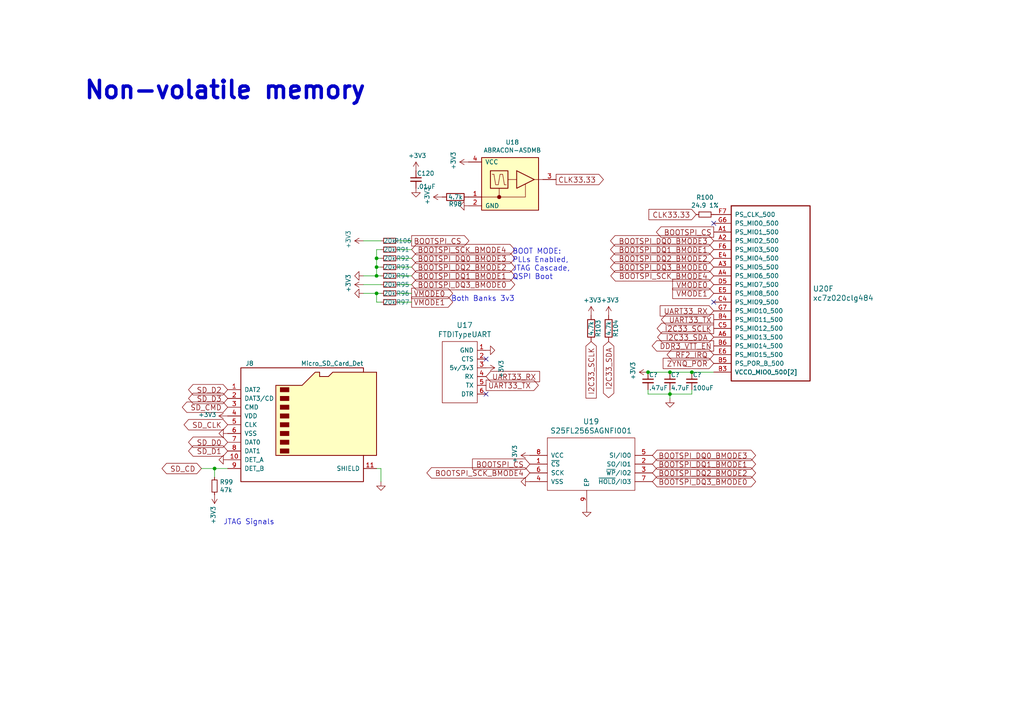
<source format=kicad_sch>
(kicad_sch (version 20230121) (generator eeschema)
  (paper "A4")
  (junction (at 62.23 135.89))
  (junction (at 187.96 107.95))
  (junction (at 109.22 77.47))
  (junction (at 109.22 85.09))
  (junction (at 194.31 114.3))
  (junction (at 194.31 107.95))
  (junction (at 109.22 74.93))
  (junction (at 109.22 80.01))
  (junction (at 200.66 107.95))
  (no_connect (at 140.97 104.14))
  (no_connect (at 207.01 64.77))
  (no_connect (at 207.01 87.63))
  (no_connect (at 140.97 114.3))
  (wire (pts (xy 105.41 85.09) (xy 109.22 85.09)))
  (wire (pts (xy 109.22 87.63) (xy 109.22 85.09)))
  (wire (pts (xy 119.38 80.01) (xy 115.57 80.01)))
  (wire (pts (xy 110.49 69.85) (xy 105.41 69.85)))
  (wire (pts (xy 194.31 114.3) (xy 194.31 113.03)))
  (wire (pts (xy 110.49 77.47) (xy 109.22 77.47)))
  (wire (pts (xy 110.49 135.89) (xy 110.49 139.7)))
  (wire (pts (xy 119.38 82.55) (xy 115.57 82.55)))
  (wire (pts (xy 194.31 114.3) (xy 194.31 115.57)))
  (wire (pts (xy 110.49 74.93) (xy 109.22 74.93)))
  (wire (pts (xy 62.23 135.89) (xy 58.42 135.89)))
  (wire (pts (xy 119.38 72.39) (xy 115.57 72.39)))
  (wire (pts (xy 109.22 135.89) (xy 110.49 135.89)))
  (wire (pts (xy 62.23 138.43) (xy 62.23 135.89)))
  (wire (pts (xy 115.57 69.85) (xy 119.38 69.85)))
  (wire (pts (xy 119.38 87.63) (xy 115.57 87.63)))
  (wire (pts (xy 109.22 72.39) (xy 109.22 74.93)))
  (wire (pts (xy 110.49 72.39) (xy 109.22 72.39)))
  (wire (pts (xy 109.22 74.93) (xy 109.22 77.47)))
  (wire (pts (xy 200.66 114.3) (xy 200.66 113.03)))
  (wire (pts (xy 119.38 77.47) (xy 115.57 77.47)))
  (wire (pts (xy 187.96 107.95) (xy 194.31 107.95)))
  (wire (pts (xy 109.22 80.01) (xy 110.49 80.01)))
  (wire (pts (xy 119.38 85.09) (xy 115.57 85.09)))
  (wire (pts (xy 66.04 135.89) (xy 62.23 135.89)))
  (wire (pts (xy 109.22 80.01) (xy 105.41 80.01)))
  (wire (pts (xy 187.96 114.3) (xy 194.31 114.3)))
  (wire (pts (xy 119.38 74.93) (xy 115.57 74.93)))
  (wire (pts (xy 194.31 107.95) (xy 200.66 107.95)))
  (wire (pts (xy 110.49 85.09) (xy 109.22 85.09)))
  (wire (pts (xy 110.49 87.63) (xy 109.22 87.63)))
  (wire (pts (xy 207.01 107.95) (xy 200.66 107.95)))
  (wire (pts (xy 105.41 82.55) (xy 110.49 82.55)))
  (wire (pts (xy 109.22 77.47) (xy 109.22 80.01)))
  (wire (pts (xy 187.96 113.03) (xy 187.96 114.3)))
  (wire (pts (xy 194.31 114.3) (xy 200.66 114.3)))
  (text "BOOT MODE:\nPLLs Enabled, \nJTAG Cascade,\nQSPI Boot" (at 148.59 81.28 0) (effects (font (size 1.524 1.524)) (justify left bottom)))
  (text "JTAG Signals" (at 64.77 152.4 0) (effects (font (size 1.524 1.524)) (justify left bottom)))
  (text "Both Banks 3v3" (at 130.81 87.63 0) (effects (font (size 1.524 1.524)) (justify left bottom)))
  (text "Non-volatile memory" (at 24.13 29.21 0) (effects (font (size 5.0038 5.0038) (thickness 1.0008) bold) (justify left bottom)))
  (global_label "SD_D0" (shape bidirectional) (at 66.04 128.27 180) (effects (font (size 1.524 1.524))) (property "Intersheetrefs" "${INTERSHEET_REFS}" (effects hide)))
  (global_label "SD_D2" (shape bidirectional) (at 66.04 113.03 180) (effects (font (size 1.524 1.524))) (property "Intersheetrefs" "${INTERSHEET_REFS}" (effects hide)))
  (global_label "BOOTSPI_DQ1_BMODE1" (shape bidirectional) (at 189.23 134.62 0) (effects (font (size 1.524 1.524))) (property "Intersheetrefs" "${INTERSHEET_REFS}" (effects hide)))
  (global_label "VMODE0" (shape output) (at 119.38 85.09 0) (effects (font (size 1.524 1.524))) (property "Intersheetrefs" "${INTERSHEET_REFS}" (effects hide)))
  (global_label "BOOTSPI_CS" (shape input) (at 153.67 134.62 180) (effects (font (size 1.524 1.524))) (property "Intersheetrefs" "${INTERSHEET_REFS}" (effects hide)))
  (global_label "BOOTSPI_DQ1_BMODE1" (shape bidirectional) (at 119.38 80.01 0) (effects (font (size 1.524 1.524))) (property "Intersheetrefs" "${INTERSHEET_REFS}" (effects hide)))
  (global_label "BOOTSPI_SCK_BMODE4" (shape bidirectional) (at 153.67 137.16 180) (effects (font (size 1.524 1.524))) (property "Intersheetrefs" "${INTERSHEET_REFS}" (effects hide)))
  (global_label "BOOTSPI_SCK_BMODE4" (shape bidirectional) (at 119.38 72.39 0) (effects (font (size 1.524 1.524))) (property "Intersheetrefs" "${INTERSHEET_REFS}" (effects hide)))
  (global_label "BOOTSPI_DQ2_BMODE2" (shape bidirectional) (at 189.23 137.16 0) (effects (font (size 1.524 1.524))) (property "Intersheetrefs" "${INTERSHEET_REFS}" (effects hide)))
  (global_label "BOOTSPI_CS" (shape output) (at 207.01 67.31 180) (effects (font (size 1.524 1.524))) (property "Intersheetrefs" "${INTERSHEET_REFS}" (effects hide)))
  (global_label "BOOTSPI_DQ2_BMODE2" (shape bidirectional) (at 119.38 77.47 0) (effects (font (size 1.524 1.524))) (property "Intersheetrefs" "${INTERSHEET_REFS}" (effects hide)))
  (global_label "DDR3_VTT_EN" (shape output) (at 207.01 100.33 180) (effects (font (size 1.524 1.524))) (property "Intersheetrefs" "${INTERSHEET_REFS}" (effects hide)))
  (global_label "VMODE1" (shape input) (at 207.01 85.09 180) (effects (font (size 1.524 1.524))) (property "Intersheetrefs" "${INTERSHEET_REFS}" (effects hide)))
  (global_label "UART33_RX" (shape input) (at 207.01 90.17 180) (effects (font (size 1.524 1.524))) (property "Intersheetrefs" "${INTERSHEET_REFS}" (effects hide)))
  (global_label "VMODE1" (shape output) (at 119.38 87.63 0) (effects (font (size 1.524 1.524))) (property "Intersheetrefs" "${INTERSHEET_REFS}" (effects hide)))
  (global_label "BOOTSPI_DQ3_BMODE0" (shape bidirectional) (at 207.01 77.47 180) (effects (font (size 1.524 1.524))) (property "Intersheetrefs" "${INTERSHEET_REFS}" (effects hide)))
  (global_label "UART33_TX" (shape output) (at 207.01 92.71 180) (effects (font (size 1.524 1.524))) (property "Intersheetrefs" "${INTERSHEET_REFS}" (effects hide)))
  (global_label "BOOTSPI_DQ1_BMODE1" (shape bidirectional) (at 207.01 72.39 180) (effects (font (size 1.524 1.524))) (property "Intersheetrefs" "${INTERSHEET_REFS}" (effects hide)))
  (global_label "SD_D3" (shape bidirectional) (at 66.04 115.57 180) (effects (font (size 1.524 1.524))) (property "Intersheetrefs" "${INTERSHEET_REFS}" (effects hide)))
  (global_label "BOOTSPI_DQ0_BMODE3" (shape bidirectional) (at 207.01 69.85 180) (effects (font (size 1.524 1.524))) (property "Intersheetrefs" "${INTERSHEET_REFS}" (effects hide)))
  (global_label "VMODE0" (shape input) (at 207.01 82.55 180) (effects (font (size 1.524 1.524))) (property "Intersheetrefs" "${INTERSHEET_REFS}" (effects hide)))
  (global_label "BOOTSPI_DQ0_BMODE3" (shape bidirectional) (at 189.23 132.08 0) (effects (font (size 1.524 1.524))) (property "Intersheetrefs" "${INTERSHEET_REFS}" (effects hide)))
  (global_label "CLK33.33" (shape input) (at 201.93 62.23 180) (effects (font (size 1.524 1.524))) (property "Intersheetrefs" "${INTERSHEET_REFS}" (effects hide)))
  (global_label "SD_CMD" (shape bidirectional) (at 66.04 118.11 180) (effects (font (size 1.524 1.524))) (property "Intersheetrefs" "${INTERSHEET_REFS}" (effects hide)))
  (global_label "I2C33_SDA" (shape bidirectional) (at 207.01 97.79 180) (effects (font (size 1.524 1.524))) (property "Intersheetrefs" "${INTERSHEET_REFS}" (effects hide)))
  (global_label "BOOTSPI_DQ3_BMODE0" (shape bidirectional) (at 189.23 139.7 0) (effects (font (size 1.524 1.524))) (property "Intersheetrefs" "${INTERSHEET_REFS}" (effects hide)))
  (global_label "CLK33.33" (shape output) (at 161.29 52.07 0) (effects (font (size 1.524 1.524))) (property "Intersheetrefs" "${INTERSHEET_REFS}" (effects hide)))
  (global_label "BOOTSPI_DQ0_BMODE3" (shape bidirectional) (at 119.38 74.93 0) (effects (font (size 1.524 1.524))) (property "Intersheetrefs" "${INTERSHEET_REFS}" (effects hide)))
  (global_label "I2C33_SCLK" (shape input) (at 171.45 99.06 270) (effects (font (size 1.524 1.524))) (property "Intersheetrefs" "${INTERSHEET_REFS}" (effects hide)))
  (global_label "I2C33_SCLK" (shape output) (at 207.01 95.25 180) (effects (font (size 1.524 1.524))) (property "Intersheetrefs" "${INTERSHEET_REFS}" (effects hide)))
  (global_label "RF2_IRQ" (shape bidirectional) (at 207.01 102.87 180) (effects (font (size 1.524 1.524))) (property "Intersheetrefs" "${INTERSHEET_REFS}" (effects hide)))
  (global_label "SD_CLK" (shape bidirectional) (at 66.04 123.19 180) (effects (font (size 1.524 1.524))) (property "Intersheetrefs" "${INTERSHEET_REFS}" (effects hide)))
  (global_label "SD_CD" (shape bidirectional) (at 58.42 135.89 180) (effects (font (size 1.524 1.524))) (property "Intersheetrefs" "${INTERSHEET_REFS}" (effects hide)))
  (global_label "I2C33_SDA" (shape bidirectional) (at 176.53 99.06 270) (effects (font (size 1.524 1.524))) (property "Intersheetrefs" "${INTERSHEET_REFS}" (effects hide)))
  (global_label "BOOTSPI_SCK_BMODE4" (shape bidirectional) (at 207.01 80.01 180) (effects (font (size 1.524 1.524))) (property "Intersheetrefs" "${INTERSHEET_REFS}" (effects hide)))
  (global_label "UART33_RX" (shape input) (at 140.97 109.22 0) (effects (font (size 1.524 1.524))) (property "Intersheetrefs" "${INTERSHEET_REFS}" (effects hide)))
  (global_label "BOOTSPI_CS" (shape output) (at 119.38 69.85 0) (effects (font (size 1.524 1.524))) (property "Intersheetrefs" "${INTERSHEET_REFS}" (effects hide)))
  (global_label "BOOTSPI_DQ2_BMODE2" (shape bidirectional) (at 207.01 74.93 180) (effects (font (size 1.524 1.524))) (property "Intersheetrefs" "${INTERSHEET_REFS}" (effects hide)))
  (global_label "SD_D1" (shape bidirectional) (at 66.04 130.81 180) (effects (font (size 1.524 1.524))) (property "Intersheetrefs" "${INTERSHEET_REFS}" (effects hide)))
  (global_label "BOOTSPI_DQ3_BMODE0" (shape bidirectional) (at 119.38 82.55 0) (effects (font (size 1.524 1.524))) (property "Intersheetrefs" "${INTERSHEET_REFS}" (effects hide)))
  (global_label "ZYNQ_POR" (shape input) (at 207.01 105.41 180) (effects (font (size 1.524 1.524))) (property "Intersheetrefs" "${INTERSHEET_REFS}" (effects hide)))
  (global_label "UART33_TX" (shape output) (at 140.97 111.76 0) (effects (font (size 1.524 1.524))) (property "Intersheetrefs" "${INTERSHEET_REFS}" (effects hide)))
  (symbol (lib_id "DFTBoard-rescue:Micro_SD_Card_Det-") (at 88.9 123.19 0) (unit 1)
    (property "Reference" "J8" (at 72.39 105.41 0))
    (property "Value" "Micro_SD_Card_Det" (at 105.41 105.41 0) (effects (justify right)))
    (property "Footprint" "DFTcustom:AMPHENOL-114-00841-68" (effects hide))
    (property "MFR" "Amphenol ICC" (effects hide))
    (property "MPN" "114-00841-68" (effects hide))
    (property "SPR" "Digikey" (effects hide))
    (property "SPN" "114-00841-68-1-ND" (effects hide))
    (property "SPURL" "-" (effects hide))
    (instances (project "DFTBoard" (path "" (reference "J8") (unit 1)) (path "" (reference "J?") (unit 1))))
  )
  (symbol (lib_id "power:GND") (at 66.04 125.73 270) (unit 1)
    (property "Reference" "#PWR0202" (effects hide))
    (property "Value" "GND" (effects hide))
    (instances (project "DFTBoard" (path "" (reference "#PWR0202") (unit 1)) (path "" (reference "#PWR?") (unit 1))))
  )
  (symbol (lib_id "power:GND") (at 110.49 139.7 0) (unit 1)
    (property "Reference" "#PWR0206" (effects hide))
    (property "Value" "GND" (effects hide))
    (instances (project "DFTBoard" (path "" (reference "#PWR0206") (unit 1)) (path "" (reference "#PWR?") (unit 1))))
  )
  (symbol (lib_id "power:GND") (at 66.04 133.35 270) (unit 1)
    (property "Reference" "#PWR0203" (effects hide))
    (property "Value" "GND" (effects hide))
    (instances (project "DFTBoard" (path "" (reference "#PWR0203") (unit 1)) (path "" (reference "#PWR?") (unit 1))))
  )
  (symbol (lib_id "power:+3V3") (at 66.04 120.65 90) (unit 1)
    (property "Reference" "#PWR0201" (effects hide))
    (property "Value" "+3.3V" (at 62.7888 120.269 90) (effects (justify left)))
    (instances (project "DFTBoard" (path "" (reference "#PWR0201") (unit 1)) (path "" (reference "#PWR?") (unit 1))))
  )
  (symbol (lib_id "Device:C_Small") (at 200.66 110.49 0) (unit 1)
    (property "Reference" "C?" (at 200.914 108.712 0) (effects (justify left)))
    (property "Value" "100uF" (at 200.914 112.522 0) (effects (justify left)))
    (property "Footprint" "Capacitor_SMD:C_1210_3225Metric" (effects hide))
    (property "MFR" "TAIYO YUDEN" (effects hide))
    (property "MPN" "JMK325ABJ107MM-P" (effects hide))
    (property "SPR" "Digikey" (effects hide))
    (property "SPN" "587-4313-1-ND" (effects hide))
    (instances (project "DFTBoard" (path "" (reference "C?") (unit 1)) (path "" (reference "C?") (unit 1)) (path "" (reference "C123") (unit 1))))
  )
  (symbol (lib_id "Device:C_Small") (at 187.96 110.49 0) (unit 1)
    (property "Reference" "C?" (at 188.214 108.712 0) (effects (justify left)))
    (property "Value" ".47uF" (at 188.214 112.522 0) (effects (justify left)))
    (property "Footprint" "Capacitor_SMD:C_0402_1005Metric" (effects hide))
    (property "MFR" "Yageo" (effects hide))
    (property "MPN" "CC0402KRX5R5BB474" (effects hide))
    (property "SPR" "Digikey" (effects hide))
    (property "SPN" "311-1684-1-ND" (effects hide))
    (instances (project "DFTBoard" (path "" (reference "C?") (unit 1)) (path "" (reference "C?") (unit 1)) (path "" (reference "C121") (unit 1))))
  )
  (symbol (lib_id "Device:C_Small") (at 194.31 110.49 0) (unit 1)
    (property "Reference" "C?" (at 194.564 108.712 0) (effects (justify left)))
    (property "Value" "4.7uF" (at 194.564 112.522 0) (effects (justify left)))
    (property "Footprint" "Capacitor_SMD:C_0402_1005Metric" (effects hide))
    (property "MFR" "Murata" (effects hide))
    (property "MPN" "GRM155R60G475ME47D" (effects hide))
    (property "SPR" "Digikey" (effects hide))
    (property "SPN" "490-11980-1-ND" (effects hide))
    (instances (project "DFTBoard" (path "" (reference "C?") (unit 1)) (path "" (reference "C?") (unit 1)) (path "" (reference "C122") (unit 1))))
  )
  (symbol (lib_id "power:GND") (at 194.31 115.57 0) (unit 1)
    (property "Reference" "#PWR?" (effects hide))
    (property "Value" "GND" (effects hide))
    (instances (project "DFTBoard" (path "" (reference "#PWR?") (unit 1)) (path "" (reference "#PWR?") (unit 1)) (path "" (reference "#PWR0205") (unit 1))))
  )
  (symbol (lib_id "power:+3V3") (at 187.96 107.95 90) (unit 1)
    (property "Reference" "#PWR0204" (effects hide))
    (property "Value" "+3.3V" (at 183.5658 107.569 0))
    (instances (project "DFTBoard" (path "" (reference "#PWR0204") (unit 1)) (path "" (reference "#PWR?") (unit 1))))
  )
  (symbol (lib_id "Device:R_Small") (at 62.23 140.97 180) (unit 1)
    (property "Reference" "R99" (at 63.7286 139.8016 0) (effects (justify right)))
    (property "Value" "47k" (at 63.7286 142.113 0) (effects (justify right)))
    (property "Footprint" "Resistor_SMD:R_0402_1005Metric" (effects hide))
    (property "MFR" "Yageo" (effects hide))
    (property "MPN" "RC0402FR-0747KL" (effects hide))
    (property "SPR" "Digikey" (effects hide))
    (property "SPN" "311-47.0KLRTR-ND" (effects hide))
    (property "SPURL" "-" (effects hide))
    (instances (project "DFTBoard" (path "" (reference "R99") (unit 1)) (path "" (reference "R?") (unit 1))))
  )
  (symbol (lib_id "power:+3V3") (at 62.23 143.51 180) (unit 1)
    (property "Reference" "#PWR0200" (effects hide))
    (property "Value" "+3.3V" (at 61.849 146.7612 90) (effects (justify left)))
    (instances (project "DFTBoard" (path "" (reference "#PWR0200") (unit 1)) (path "" (reference "#PWR?") (unit 1))))
  )
  (symbol (lib_id "Device:R_Small") (at 113.03 85.09 270) (unit 1)
    (property "Reference" "R96" (at 116.84 85.09 90))
    (property "Value" "20k" (at 113.03 85.09 90))
    (property "Footprint" "Resistor_SMD:R_0402_1005Metric" (effects hide))
    (property "MFR" "Yageo" (effects hide))
    (property "MPN" "RT0402BRD0720KL" (effects hide))
    (property "SPR" "Digikey" (effects hide))
    (property "SPN" "YAG1388CT-ND" (effects hide))
    (property "SPURL" "-" (effects hide))
    (instances (project "DFTBoard" (path "" (reference "R96") (unit 1)) (path "" (reference "R?") (unit 1))))
  )
  (symbol (lib_id "Device:R_Small") (at 113.03 87.63 270) (unit 1)
    (property "Reference" "R97" (at 116.84 87.63 90))
    (property "Value" "20k" (at 113.03 87.63 90))
    (property "Footprint" "Resistor_SMD:R_0402_1005Metric" (effects hide))
    (property "MFR" "Yageo" (effects hide))
    (property "MPN" "RT0402BRD0720KL" (effects hide))
    (property "SPR" "Digikey" (effects hide))
    (property "SPN" "YAG1388CT-ND" (effects hide))
    (property "SPURL" "-" (effects hide))
    (instances (project "DFTBoard" (path "" (reference "R97") (unit 1)) (path "" (reference "R?") (unit 1))))
  )
  (symbol (lib_id "power:GND") (at 105.41 85.09 270) (unit 1)
    (property "Reference" "#PWR0190" (effects hide))
    (property "Value" "GND" (effects hide))
    (instances (project "DFTBoard" (path "" (reference "#PWR0190") (unit 1)) (path "" (reference "#PWR?") (unit 1))))
  )
  (symbol (lib_id "Device:R_Small") (at 113.03 82.55 270) (unit 1)
    (property "Reference" "R95" (at 116.84 82.55 90))
    (property "Value" "20k" (at 113.03 82.55 90))
    (property "Footprint" "Resistor_SMD:R_0402_1005Metric" (effects hide))
    (property "MFR" "Yageo" (effects hide))
    (property "MPN" "RT0402BRD0720KL" (effects hide))
    (property "SPR" "Digikey" (effects hide))
    (property "SPN" "YAG1388CT-ND" (effects hide))
    (property "SPURL" "-" (effects hide))
    (instances (project "DFTBoard" (path "" (reference "R95") (unit 1)) (path "" (reference "R?") (unit 1))))
  )
  (symbol (lib_id "Device:R_Small") (at 113.03 72.39 270) (unit 1)
    (property "Reference" "R91" (at 116.84 72.39 90))
    (property "Value" "20k" (at 113.03 72.39 90))
    (property "Footprint" "Resistor_SMD:R_0402_1005Metric" (effects hide))
    (property "MFR" "Yageo" (effects hide))
    (property "MPN" "RT0402BRD0720KL" (effects hide))
    (property "SPR" "Digikey" (effects hide))
    (property "SPN" "YAG1388CT-ND" (effects hide))
    (property "SPURL" "-" (effects hide))
    (instances (project "DFTBoard" (path "" (reference "R91") (unit 1)) (path "" (reference "R?") (unit 1))))
  )
  (symbol (lib_id "Device:R_Small") (at 113.03 74.93 270) (unit 1)
    (property "Reference" "R92" (at 116.84 74.93 90))
    (property "Value" "20k" (at 113.03 74.93 90))
    (property "Footprint" "Resistor_SMD:R_0402_1005Metric" (effects hide))
    (property "MFR" "Yageo" (effects hide))
    (property "MPN" "RT0402BRD0720KL" (effects hide))
    (property "SPR" "Digikey" (effects hide))
    (property "SPN" "YAG1388CT-ND" (effects hide))
    (property "SPURL" "-" (effects hide))
    (instances (project "DFTBoard" (path "" (reference "R92") (unit 1)) (path "" (reference "R?") (unit 1))))
  )
  (symbol (lib_id "Device:R_Small") (at 113.03 77.47 270) (unit 1)
    (property "Reference" "R93" (at 116.84 77.47 90))
    (property "Value" "20k" (at 113.03 77.47 90))
    (property "Footprint" "Resistor_SMD:R_0402_1005Metric" (effects hide))
    (property "MFR" "Yageo" (effects hide))
    (property "MPN" "RT0402BRD0720KL" (effects hide))
    (property "SPR" "Digikey" (effects hide))
    (property "SPN" "YAG1388CT-ND" (effects hide))
    (property "SPURL" "-" (effects hide))
    (instances (project "DFTBoard" (path "" (reference "R93") (unit 1)) (path "" (reference "R?") (unit 1))))
  )
  (symbol (lib_id "Device:R_Small") (at 113.03 80.01 270) (unit 1)
    (property "Reference" "R94" (at 116.84 80.01 90))
    (property "Value" "20k" (at 113.03 80.01 90))
    (property "Footprint" "Resistor_SMD:R_0402_1005Metric" (effects hide))
    (property "MFR" "Yageo" (effects hide))
    (property "MPN" "RT0402BRD0720KL" (effects hide))
    (property "SPR" "Digikey" (effects hide))
    (property "SPN" "YAG1388CT-ND" (effects hide))
    (property "SPURL" "-" (effects hide))
    (instances (project "DFTBoard" (path "" (reference "R94") (unit 1)) (path "" (reference "R?") (unit 1))))
  )
  (symbol (lib_id "power:+3V3") (at 105.41 82.55 90) (unit 1)
    (property "Reference" "#PWR0189" (effects hide))
    (property "Value" "+3.3V" (at 101.0158 82.169 0))
    (instances (project "DFTBoard" (path "" (reference "#PWR0189") (unit 1)) (path "" (reference "#PWR?") (unit 1))))
  )
  (symbol (lib_id "DFTBoard-rescue:S25FL256SAGNFI001-parts") (at 171.45 134.62 0) (unit 1)
    (property "Reference" "U19" (at 171.45 122.2502 0) (effects (font (size 1.524 1.524))))
    (property "Value" "S25FL256SAGNFI001" (at 171.45 124.9426 0) (effects (font (size 1.524 1.524))))
    (property "Footprint" "footprints:Cypress-002-18827-0-0-0" (effects hide))
    (property "MFR" "Cypress" (effects hide))
    (property "MPN" "S25FL256SAGNFI001" (effects hide))
    (property "SPR" "Digikey" (effects hide))
    (property "SPN" "1274-1005-ND" (effects hide))
    (property "SPURL" "-" (effects hide))
    (instances (project "DFTBoard" (path "" (reference "U19") (unit 1)) (path "" (reference "U?") (unit 1))))
  )
  (symbol (lib_id "power:+3V3") (at 153.67 132.08 90) (unit 1)
    (property "Reference" "#PWR0198" (effects hide))
    (property "Value" "+3.3V" (at 149.2758 131.699 0))
    (instances (project "DFTBoard" (path "" (reference "#PWR0198") (unit 1)) (path "" (reference "#PWR?") (unit 1))))
  )
  (symbol (lib_id "power:GND") (at 153.67 139.7 270) (unit 1)
    (property "Reference" "#PWR0199" (effects hide))
    (property "Value" "GND" (effects hide))
    (instances (project "DFTBoard" (path "" (reference "#PWR0199") (unit 1)) (path "" (reference "#PWR?") (unit 1))))
  )
  (symbol (lib_id "Abracon:ABRACON-ASDMB") (at 148.59 52.07 0) (unit 1)
    (property "Reference" "U18" (at 148.59 41.275 0))
    (property "Value" "ABRACON-ASDMB" (at 148.59 43.5864 0))
    (property "Footprint" "XTAL_ASDMB-24.000MHZ-LC-T:XTAL_ASDMB-24.000MHZ-LC-T" (effects hide))
    (property "Datasheet" "http://www.abracon.com/Oscillators/ASDMB.pdf" (effects hide))
    (property "Manuf" "Abracon" (effects hide))
    (property "MPN" "ASDMB-24.000MHZ-LC-T" (effects hide))
    (property "MFR" "Abracon LLC" (effects hide))
    (property "SPR" "Digikey" (effects hide))
    (property "SPN" "535-11728-1-ND" (effects hide))
    (property "SPURL" "-" (effects hide))
  )
  (symbol (lib_id "power:GND") (at 135.89 59.69 270) (unit 1)
    (property "Reference" "#PWR?" (effects hide))
    (property "Value" "GND" (effects hide))
    (instances (project "DFTBoard" (path "" (reference "#PWR?") (unit 1)) (path "" (reference "#PWR?") (unit 1)) (path "" (reference "#PWR0195") (unit 1))))
  )
  (symbol (lib_id "power:+3V3") (at 135.89 46.99 90) (unit 1)
    (property "Reference" "#PWR0194" (effects hide))
    (property "Value" "+3.3V" (at 131.4958 46.609 0))
    (instances (project "DFTBoard" (path "" (reference "#PWR0194") (unit 1)) (path "" (reference "#PWR?") (unit 1))))
  )
  (symbol (lib_id "Device:C_Small") (at 120.65 52.07 0) (unit 1)
    (property "Reference" "C120" (at 120.904 50.292 0) (effects (justify left)))
    (property "Value" ".01uF" (at 120.904 54.102 0) (effects (justify left)))
    (property "Footprint" "Capacitor_SMD:C_0402_1005Metric" (effects hide))
    (property "MFR" "Murata" (effects hide))
    (property "SPR" "Digikey" (effects hide))
    (property "MPN" "GRM155R71H103KA88J" (effects hide))
    (property "SPN" "490-6351-1-ND" (effects hide))
    (property "SPURL" "-" (effects hide))
    (instances (project "DFTBoard" (path "" (reference "C120") (unit 1)) (path "" (reference "C?") (unit 1))))
  )
  (symbol (lib_id "power:+3V3") (at 120.65 49.53 0) (unit 1)
    (property "Reference" "#PWR0191" (effects hide))
    (property "Value" "+3.3V" (at 121.031 45.1358 0))
    (instances (project "DFTBoard" (path "" (reference "#PWR0191") (unit 1)) (path "" (reference "#PWR?") (unit 1))))
  )
  (symbol (lib_id "power:GND") (at 120.65 54.61 0) (unit 1)
    (property "Reference" "#PWR?" (effects hide))
    (property "Value" "GND" (effects hide))
    (instances (project "DFTBoard" (path "" (reference "#PWR?") (unit 1)) (path "" (reference "#PWR?") (unit 1)) (path "" (reference "#PWR0192") (unit 1))))
  )
  (symbol (lib_id "Device:R_Small") (at 204.47 62.23 270) (unit 1)
    (property "Reference" "R100" (at 204.47 57.2516 90))
    (property "Value" "24.9 1%" (at 204.47 59.563 90))
    (property "Footprint" "Resistor_SMD:R_0402_1005Metric" (effects hide))
    (property "MFR" "Yageo" (effects hide))
    (property "MPN" "RC0402FR-0724K9L" (effects hide))
    (property "SPR" "Digikey" (effects hide))
    (property "SPN" "311-24.9KLRTR-ND" (effects hide))
    (property "SPURL" "-" (effects hide))
  )
  (symbol (lib_id "Device:R") (at 132.08 57.15 270) (unit 1)
    (property "Reference" "R98" (at 132.08 59.182 90))
    (property "Value" "4.7k" (at 132.08 57.15 90))
    (property "Footprint" "Resistor_SMD:R_0402_1005Metric" (effects hide))
    (property "MFR" "Yageo" (effects hide))
    (property "MPN" "RC0402JR-074K7L" (effects hide))
    (property "SPR" "Digikey" (effects hide))
    (property "SPN" "311-4.7KJRCT-ND" (effects hide))
    (instances (project "DFTBoard" (path "" (reference "R98") (unit 1)) (path "" (reference "R?") (unit 1))))
  )
  (symbol (lib_id "power:+3V3") (at 128.27 57.15 90) (unit 1)
    (property "Reference" "#PWR0193" (effects hide))
    (property "Value" "+3.3V" (at 123.8758 56.769 0))
    (instances (project "DFTBoard" (path "" (reference "#PWR0193") (unit 1)) (path "" (reference "#PWR?") (unit 1))))
  )
  (symbol (lib_id "DFTCustom:FTDITypeUART") (at 133.35 109.22 0) (unit 1)
    (property "Reference" "U17" (at 134.7724 94.3102 0) (effects (font (size 1.524 1.524))))
    (property "Value" "FTDITypeUART" (at 134.7724 97.0026 0) (effects (font (size 1.524 1.524))))
    (property "Footprint" "DFTcustom:FTDI_CONN" (effects hide))
    (property "MFR" "DNS" (effects hide))
    (property "MPN" "-" (effects hide))
    (property "SPR" "-" (effects hide))
    (property "SPN" "-" (effects hide))
    (property "SPURL" "-" (effects hide))
  )
  (symbol (lib_id "power:GND") (at 140.97 101.6 90) (unit 1)
    (property "Reference" "#PWR?" (effects hide))
    (property "Value" "GND" (effects hide))
    (instances (project "DFTBoard" (path "" (reference "#PWR?") (unit 1)) (path "" (reference "#PWR?") (unit 1)) (path "" (reference "#PWR0196") (unit 1))))
  )
  (symbol (lib_id "power:+3V3") (at 140.97 106.68 270) (unit 1)
    (property "Reference" "#PWR0197" (effects hide))
    (property "Value" "+3.3V" (at 145.3642 107.061 0))
    (instances (project "DFTBoard" (path "" (reference "#PWR0197") (unit 1)) (path "" (reference "#PWR?") (unit 1))))
  )
  (symbol (lib_id "xilinx7:xc7z020clg484") (at 207.01 62.23 0) (unit 6)
    (property "Reference" "U20" (at 235.7374 83.7438 0) (effects (font (size 1.524 1.524)) (justify left)))
    (property "Value" "xc7z020clg484" (at 235.7374 86.4362 0) (effects (font (size 1.524 1.524)) (justify left)))
    (property "Footprint" "DFTcustom:BGA-484_19.0x19.0mm_Layout22x22_P0.80mm_dia0.40mm" (effects hide))
    (property "MFR" "Xilinx" (effects hide))
    (property "MPN" "XC7Z020-1CLG484C" (effects hide))
    (property "SPR" "Digikey" (effects hide))
    (property "SPN" "122-1850-ND" (effects hide))
    (property "SPURL" "-" (effects hide))
  )
  (symbol (lib_id "Device:R") (at 171.45 95.25 0) (unit 1)
    (property "Reference" "R103" (at 173.482 95.25 90))
    (property "Value" "4.7k" (at 171.45 95.25 90))
    (property "Footprint" "Resistor_SMD:R_0402_1005Metric" (effects hide))
    (property "MFR" "Yageo" (effects hide))
    (property "MPN" "RC0402JR-074K7L" (effects hide))
    (property "SPR" "Digikey" (effects hide))
    (property "SPN" "311-4.7KJRCT-ND" (effects hide))
    (instances (project "DFTBoard" (path "" (reference "R103") (unit 1)) (path "" (reference "R?") (unit 1)) (path "" (reference "R?") (unit 1)) (path "" (reference "R?") (unit 1))))
  )
  (symbol (lib_id "Device:R") (at 176.53 95.25 0) (unit 1)
    (property "Reference" "R104" (at 178.562 95.25 90))
    (property "Value" "4.7k" (at 176.53 95.25 90))
    (property "Footprint" "Resistor_SMD:R_0402_1005Metric" (effects hide))
    (property "MFR" "Yageo" (effects hide))
    (property "MPN" "RC0402JR-074K7L" (effects hide))
    (property "SPR" "Digikey" (effects hide))
    (property "SPN" "311-4.7KJRCT-ND" (effects hide))
    (instances (project "DFTBoard" (path "" (reference "R104") (unit 1)) (path "" (reference "R?") (unit 1)) (path "" (reference "R?") (unit 1)) (path "" (reference "R?") (unit 1))))
  )
  (symbol (lib_id "power:+3V3") (at 171.45 91.44 0) (unit 1)
    (property "Reference" "#PWR0230" (effects hide))
    (property "Value" "+3.3V" (at 171.831 87.0458 0))
    (instances (project "DFTBoard" (path "" (reference "#PWR0230") (unit 1)) (path "" (reference "#PWR?") (unit 1))))
  )
  (symbol (lib_id "power:+3V3") (at 176.53 91.44 0) (unit 1)
    (property "Reference" "#PWR0231" (effects hide))
    (property "Value" "+3.3V" (at 176.911 87.0458 0))
    (instances (project "DFTBoard" (path "" (reference "#PWR0231") (unit 1)) (path "" (reference "#PWR?") (unit 1))))
  )
  (symbol (lib_id "power:GND") (at 105.41 80.01 270) (unit 1)
    (property "Reference" "#PWR0343" (effects hide))
    (property "Value" "GND" (effects hide))
    (instances (project "DFTBoard" (path "" (reference "#PWR0343") (unit 1)) (path "" (reference "#PWR?") (unit 1))))
  )
  (symbol (lib_id "Device:R_Small") (at 113.03 69.85 270) (unit 1)
    (property "Reference" "R106" (at 116.84 69.85 90))
    (property "Value" "20k" (at 113.03 69.85 90))
    (property "Footprint" "Resistor_SMD:R_0402_1005Metric" (effects hide))
    (property "MFR" "Yageo" (effects hide))
    (property "MPN" "RT0402BRD0720KL" (effects hide))
    (property "SPR" "Digikey" (effects hide))
    (property "SPN" "YAG1388CT-ND" (effects hide))
    (property "SPURL" "-" (effects hide))
    (instances (project "DFTBoard" (path "" (reference "R106") (unit 1)) (path "" (reference "R?") (unit 1))))
  )
  (symbol (lib_id "power:+3V3") (at 105.41 69.85 90) (unit 1)
    (property "Reference" "#PWR0356" (effects hide))
    (property "Value" "+3.3V" (at 101.0158 69.469 0))
    (instances (project "DFTBoard" (path "" (reference "#PWR0356") (unit 1)) (path "" (reference "#PWR?") (unit 1))))
  )
  (symbol (lib_id "power:GND") (at 170.18 147.32 0) (unit 1)
    (property "Reference" "#PWR?" (effects hide))
    (property "Value" "GND" (effects hide))
    (instances (project "DFTBoard" (path "" (reference "#PWR?") (unit 1)) (path "" (reference "#PWR?") (unit 1)) (path "" (reference "#PWR0357") (unit 1))))
  )
)
</source>
